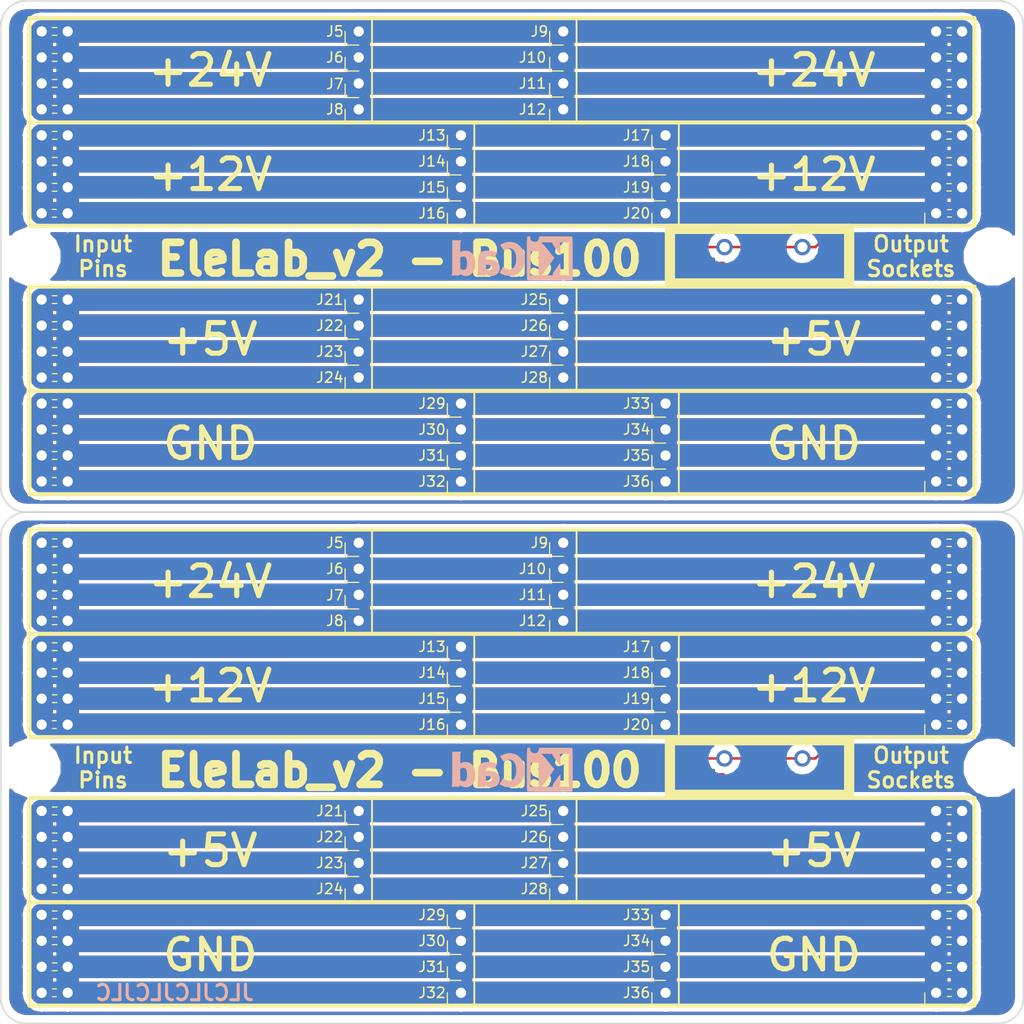
<source format=kicad_pcb>
(kicad_pcb (version 20171130) (host pcbnew "(5.0.2)-1")
  (layers (0 F.Cu signal hide) (31 B.Cu signal hide) (34 B.Paste user) (35 F.Paste user) (36 B.SilkS user) (37 F.SilkS user) (38 B.Mask user) (39 F.Mask user) (44 Edge.Cuts user))
  (net 0 "")
  (net 1 /+24V)
  (net 2 /+12V)
  (net 3 /GND)
  (net 4 /+5V)
  (module Symbol:Symbol_KiCAD-Logo_CopperAndSilkScreenTop (layer B.Cu) (at 144 103 180)
    (fp_text reference LO_2 hide)
    (fp_text value KiCAD_Logo hide)
  )
  (module Connector_PinHeader_2.54mm:PinHeader_1x01_P2.54mm_Vertical (layer F.Cu) (at 139 122.46 90)
    (fp_text reference J31 (at 0 -2.83 180) (layer F.SilkS))
    (fp_text value GND)
    (pad 1 thru_hole rect (at 0 0 90) (size 1.7 1.7) (drill 1) (layers *.Cu *.Mask) (net 3 /GND))
  )
  (module Connector_PinHeader_2.54mm:PinHeader_1x01_P2.54mm_Vertical (layer F.Cu) (at 159 119.92 90)
    (fp_text reference J34 (at 0 -2.83 180) (layer F.SilkS))
    (fp_text value GND)
    (pad 1 thru_hole rect (at 0 0 90) (size 1.7 1.7) (drill 1) (layers *.Cu *.Mask) (net 3 /GND))
  )
  (module Connector_PinHeader_2.54mm:PinHeader_1x01_P2.54mm_Vertical (layer F.Cu) (at 139 119.92 90)
    (fp_text reference J30 (at 0 -2.83 180) (layer F.SilkS))
    (fp_text value GND)
    (pad 1 thru_hole rect (at 0 0 90) (size 1.7 1.7) (drill 1) (layers *.Cu *.Mask) (net 3 /GND))
  )
  (module Connector_PinHeader_2.54mm:PinHeader_1x01_P2.54mm_Vertical (layer F.Cu) (at 139 125 90)
    (fp_text reference J32 (at 0 -2.83 180) (layer F.SilkS))
    (fp_text value GND)
    (pad 1 thru_hole rect (at 0 0 90) (size 1.7 1.7) (drill 1) (layers *.Cu *.Mask) (net 3 /GND))
  )
  (module Connector_PinHeader_2.54mm:PinHeader_1x01_P2.54mm_Vertical (layer F.Cu) (at 159 122.46 90)
    (fp_text reference J35 (at 0 -2.83 180) (layer F.SilkS))
    (fp_text value GND)
    (pad 1 thru_hole rect (at 0 0 90) (size 1.7 1.7) (drill 1) (layers *.Cu *.Mask) (net 3 /GND))
  )
  (module Connector_PinHeader_2.54mm:PinHeader_1x01_P2.54mm_Vertical (layer F.Cu) (at 159 117.38 90)
    (fp_text reference J33 (at 0 -2.83 180) (layer F.SilkS))
    (fp_text value GND)
    (pad 1 thru_hole rect (at 0 0 90) (size 1.7 1.7) (drill 1) (layers *.Cu *.Mask) (net 3 /GND))
  )
  (module Connector_PinHeader_2.54mm:PinHeader_1x01_P2.54mm_Vertical (layer F.Cu) (at 139 117.38 90)
    (fp_text reference J29 (at 0 -2.83 180) (layer F.SilkS))
    (fp_text value GND)
    (pad 1 thru_hole rect (at 0 0 90) (size 1.7 1.7) (drill 1) (layers *.Cu *.Mask) (net 3 /GND))
  )
  (module Connector_PinHeader_2.54mm:PinHeader_1x01_P2.54mm_Vertical (layer F.Cu) (at 159 125 90)
    (fp_text reference J36 (at 0 -2.83 180) (layer F.SilkS))
    (fp_text value GND)
    (pad 1 thru_hole rect (at 0 0 90) (size 1.7 1.7) (drill 1) (layers *.Cu *.Mask) (net 3 /GND))
  )
  (module Connector_PinHeader_2.54mm:PinHeader_1x01_P2.54mm_Vertical (layer F.Cu) (at 149 88.62 90)
    (fp_text reference J12 (at 0 -3 180) (layer F.SilkS))
    (fp_text value "+24 V")
    (pad 1 thru_hole rect (at 0 0 90) (size 1.7 1.7) (drill 1) (layers *.Cu *.Mask) (net 1 /+24V))
  )
  (module Connector_PinHeader_2.54mm:PinHeader_1x01_P2.54mm_Vertical (layer F.Cu) (at 159 96.24 90)
    (fp_text reference J19 (at 0 -2.83 180) (layer F.SilkS))
    (fp_text value "+12 V")
    (pad 1 thru_hole rect (at 0 0 90) (size 1.7 1.7) (drill 1) (layers *.Cu *.Mask) (net 2 /+12V))
  )
  (module Connector_PinHeader_2.54mm:PinHeader_1x01_P2.54mm_Vertical (layer F.Cu) (at 149 114.84 90)
    (fp_text reference J28 (at 0 -2.83 180) (layer F.SilkS))
    (fp_text value "+5 V")
    (pad 1 thru_hole rect (at 0 0 90) (size 1.7 1.7) (drill 1) (layers *.Cu *.Mask) (net 4 /+5V))
  )
  (module Connector_PinHeader_2.54mm:PinHeader_1x01_P2.54mm_Vertical (layer F.Cu) (at 149 112.3 90)
    (fp_text reference J27 (at 0 -2.83 180) (layer F.SilkS))
    (fp_text value "+5 V")
    (pad 1 thru_hole rect (at 0 0 90) (size 1.7 1.7) (drill 1) (layers *.Cu *.Mask) (net 4 /+5V))
  )
  (module Connector_PinHeader_2.54mm:PinHeader_1x01_P2.54mm_Vertical (layer F.Cu) (at 129 114.84 90)
    (fp_text reference J24 (at 0 -2.83 180) (layer F.SilkS))
    (fp_text value "+5 V")
    (pad 1 thru_hole rect (at 0 0 90) (size 1.7 1.7) (drill 1) (layers *.Cu *.Mask) (net 4 /+5V))
  )
  (module Connector_PinHeader_2.54mm:PinHeader_1x01_P2.54mm_Vertical (layer F.Cu) (at 129 107.22 90)
    (fp_text reference J21 (at 0 -2.83 180) (layer F.SilkS))
    (fp_text value "+5 V")
    (pad 1 thru_hole rect (at 0 0 90) (size 1.7 1.7) (drill 1) (layers *.Cu *.Mask) (net 4 /+5V))
  )
  (module Connector_PinHeader_2.54mm:PinHeader_1x01_P2.54mm_Vertical (layer F.Cu) (at 159 98.78 90)
    (fp_text reference J20 (at 0 -2.83 180) (layer F.SilkS))
    (fp_text value "+12 V")
    (pad 1 thru_hole rect (at 0 0 90) (size 1.7 1.7) (drill 1) (layers *.Cu *.Mask) (net 2 /+12V))
  )
  (module Connector_PinHeader_2.54mm:PinHeader_1x01_P2.54mm_Vertical (layer F.Cu) (at 159 91.16 90)
    (fp_text reference J17 (at 0 -2.83 180) (layer F.SilkS))
    (fp_text value "+12 V")
    (pad 1 thru_hole rect (at 0 0 90) (size 1.7 1.7) (drill 1) (layers *.Cu *.Mask) (net 2 /+12V))
  )
  (module Connector_PinHeader_2.54mm:PinHeader_1x01_P2.54mm_Vertical (layer F.Cu) (at 139 93.7 90)
    (fp_text reference J14 (at 0 -2.83 180) (layer F.SilkS))
    (fp_text value "+12 V")
    (pad 1 thru_hole rect (at 0 0 90) (size 1.7 1.7) (drill 1) (layers *.Cu *.Mask) (net 2 /+12V))
  )
  (module Connector_PinHeader_2.54mm:PinHeader_1x01_P2.54mm_Vertical (layer F.Cu) (at 129 109.76 90)
    (fp_text reference J22 (at 0 -2.83 180) (layer F.SilkS))
    (fp_text value "+5 V")
    (pad 1 thru_hole rect (at 0 0 90) (size 1.7 1.7) (drill 1) (layers *.Cu *.Mask) (net 4 /+5V))
  )
  (module Connector_PinHeader_2.54mm:PinHeader_1x01_P2.54mm_Vertical (layer F.Cu) (at 139 96.24 90)
    (fp_text reference J15 (at 0 -2.83 180) (layer F.SilkS))
    (fp_text value "+12 V")
    (pad 1 thru_hole rect (at 0 0 90) (size 1.7 1.7) (drill 1) (layers *.Cu *.Mask) (net 2 /+12V))
  )
  (module Connector_PinHeader_2.54mm:PinHeader_1x01_P2.54mm_Vertical (layer F.Cu) (at 149 109.76 90)
    (fp_text reference J26 (at 0 -2.83 180) (layer F.SilkS))
    (fp_text value "+5 V")
    (pad 1 thru_hole rect (at 0 0 90) (size 1.7 1.7) (drill 1) (layers *.Cu *.Mask) (net 4 /+5V))
  )
  (module Connector_PinHeader_2.54mm:PinHeader_1x01_P2.54mm_Vertical (layer F.Cu) (at 149 86.08 90)
    (fp_text reference J11 (at 0 -3 180) (layer F.SilkS))
    (fp_text value "+24 V")
    (pad 1 thru_hole rect (at 0 0 90) (size 1.7 1.7) (drill 1) (layers *.Cu *.Mask) (net 1 /+24V))
  )
  (module Connector_PinHeader_2.54mm:PinHeader_1x01_P2.54mm_Vertical (layer F.Cu) (at 149 107.22 90)
    (fp_text reference J25 (at 0 -2.83 180) (layer F.SilkS))
    (fp_text value "+5 V")
    (pad 1 thru_hole rect (at 0 0 90) (size 1.7 1.7) (drill 1) (layers *.Cu *.Mask) (net 4 /+5V))
  )
  (module Connector_PinHeader_2.54mm:PinHeader_1x01_P2.54mm_Vertical (layer F.Cu) (at 129 112.3 90)
    (fp_text reference J23 (at 0 -2.83 180) (layer F.SilkS))
    (fp_text value "+5 V")
    (pad 1 thru_hole rect (at 0 0 90) (size 1.7 1.7) (drill 1) (layers *.Cu *.Mask) (net 4 /+5V))
  )
  (module Connector_PinHeader_2.54mm:PinHeader_1x01_P2.54mm_Vertical (layer F.Cu) (at 139 91.16 90)
    (fp_text reference J13 (at 0 -2.83 180) (layer F.SilkS))
    (fp_text value "+12 V")
    (pad 1 thru_hole rect (at 0 0 90) (size 1.7 1.7) (drill 1) (layers *.Cu *.Mask) (net 2 /+12V))
  )
  (module Connector_PinHeader_2.54mm:PinHeader_1x01_P2.54mm_Vertical (layer F.Cu) (at 159 93.7 90)
    (fp_text reference J18 (at 0 -2.83 180) (layer F.SilkS))
    (fp_text value "+12 V")
    (pad 1 thru_hole rect (at 0 0 90) (size 1.7 1.7) (drill 1) (layers *.Cu *.Mask) (net 2 /+12V))
  )
  (module Connector_PinHeader_2.54mm:PinHeader_1x01_P2.54mm_Vertical (layer F.Cu) (at 139 98.78 90)
    (fp_text reference J16 (at 0 -2.83 180) (layer F.SilkS))
    (fp_text value "+12 V")
    (pad 1 thru_hole rect (at 0 0 90) (size 1.7 1.7) (drill 1) (layers *.Cu *.Mask) (net 2 /+12V))
  )
  (module MeineBib:PinHeader_2x08_P2.54mm_Horizontal_NoSilk (layer F.Cu) (at 100.54 125 180)
    (fp_text reference J2)
    (fp_text value Conn_02x08_Odd_Even)
    (pad 1 thru_hole rect (at 0 0 180) (size 1.7 1.7) (drill 1) (layers *.Cu *.Mask) (net 3 /GND))
    (pad 2 thru_hole oval (at 2.54 0 180) (size 1.7 1.7) (drill 1) (layers *.Cu *.Mask) (net 3 /GND))
    (pad 3 thru_hole oval (at 0 2.54 180) (size 1.7 1.7) (drill 1) (layers *.Cu *.Mask) (net 3 /GND))
    (pad 4 thru_hole oval (at 2.54 2.54 180) (size 1.7 1.7) (drill 1) (layers *.Cu *.Mask) (net 3 /GND))
    (pad 5 thru_hole oval (at 0 5.08 180) (size 1.7 1.7) (drill 1) (layers *.Cu *.Mask) (net 3 /GND))
    (pad 6 thru_hole oval (at 2.54 5.08 180) (size 1.7 1.7) (drill 1) (layers *.Cu *.Mask) (net 3 /GND))
    (pad 7 thru_hole oval (at 0 7.62 180) (size 1.7 1.7) (drill 1) (layers *.Cu *.Mask) (net 3 /GND))
    (pad 8 thru_hole oval (at 2.54 7.62 180) (size 1.7 1.7) (drill 1) (layers *.Cu *.Mask) (net 3 /GND))
    (pad 9 thru_hole oval (at 0 10.16 180) (size 1.7 1.7) (drill 1) (layers *.Cu *.Mask) (net 4 /+5V))
    (pad 10 thru_hole oval (at 2.54 10.16 180) (size 1.7 1.7) (drill 1) (layers *.Cu *.Mask) (net 4 /+5V))
    (pad 11 thru_hole oval (at 0 12.7 180) (size 1.7 1.7) (drill 1) (layers *.Cu *.Mask) (net 4 /+5V))
    (pad 12 thru_hole oval (at 2.54 12.7 180) (size 1.7 1.7) (drill 1) (layers *.Cu *.Mask) (net 4 /+5V))
    (pad 13 thru_hole oval (at 0 15.24 180) (size 1.7 1.7) (drill 1) (layers *.Cu *.Mask) (net 4 /+5V))
    (pad 14 thru_hole oval (at 2.54 15.24 180) (size 1.7 1.7) (drill 1) (layers *.Cu *.Mask) (net 4 /+5V))
    (pad 15 thru_hole oval (at 0 17.78 180) (size 1.7 1.7) (drill 1) (layers *.Cu *.Mask) (net 4 /+5V))
    (pad 16 thru_hole oval (at 2.54 17.78 180) (size 1.7 1.7) (drill 1) (layers *.Cu *.Mask) (net 4 /+5V))
  )
  (module MeineBib:PinSocket_2x08_P2.54mm_Horizontal_NoSilk (layer F.Cu) (at 185.46 98.78 180)
    (fp_text reference J3)
    (fp_text value Conn_02x08_Odd_Even)
    (pad 16 thru_hole oval (at -2.54 17.78 180) (size 1.7 1.7) (drill 1) (layers *.Cu *.Mask) (net 1 /+24V))
    (pad 15 thru_hole oval (at 0 17.78 180) (size 1.7 1.7) (drill 1) (layers *.Cu *.Mask) (net 1 /+24V))
    (pad 14 thru_hole oval (at -2.54 15.24 180) (size 1.7 1.7) (drill 1) (layers *.Cu *.Mask) (net 1 /+24V))
    (pad 13 thru_hole oval (at 0 15.24 180) (size 1.7 1.7) (drill 1) (layers *.Cu *.Mask) (net 1 /+24V))
    (pad 12 thru_hole oval (at -2.54 12.7 180) (size 1.7 1.7) (drill 1) (layers *.Cu *.Mask) (net 1 /+24V))
    (pad 11 thru_hole oval (at 0 12.7 180) (size 1.7 1.7) (drill 1) (layers *.Cu *.Mask) (net 1 /+24V))
    (pad 10 thru_hole oval (at -2.54 10.16 180) (size 1.7 1.7) (drill 1) (layers *.Cu *.Mask) (net 1 /+24V))
    (pad 9 thru_hole oval (at 0 10.16 180) (size 1.7 1.7) (drill 1) (layers *.Cu *.Mask) (net 1 /+24V))
    (pad 8 thru_hole oval (at -2.54 7.62 180) (size 1.7 1.7) (drill 1) (layers *.Cu *.Mask) (net 2 /+12V))
    (pad 7 thru_hole oval (at 0 7.62 180) (size 1.7 1.7) (drill 1) (layers *.Cu *.Mask) (net 2 /+12V))
    (pad 6 thru_hole oval (at -2.54 5.08 180) (size 1.7 1.7) (drill 1) (layers *.Cu *.Mask) (net 2 /+12V))
    (pad 5 thru_hole oval (at 0 5.08 180) (size 1.7 1.7) (drill 1) (layers *.Cu *.Mask) (net 2 /+12V))
    (pad 4 thru_hole oval (at -2.54 2.54 180) (size 1.7 1.7) (drill 1) (layers *.Cu *.Mask) (net 2 /+12V))
    (pad 3 thru_hole oval (at 0 2.54 180) (size 1.7 1.7) (drill 1) (layers *.Cu *.Mask) (net 2 /+12V))
    (pad 2 thru_hole oval (at -2.54 0 180) (size 1.7 1.7) (drill 1) (layers *.Cu *.Mask) (net 2 /+12V))
    (pad 1 thru_hole rect (at 0 0 180) (size 1.7 1.7) (drill 1) (layers *.Cu *.Mask) (net 2 /+12V))
  )
  (module Connector_PinHeader_2.54mm:PinHeader_1x01_P2.54mm_Vertical (layer F.Cu) (at 129 81 90)
    (fp_text reference J5 (at 0 -2.33 180) (layer F.SilkS))
    (fp_text value "+24 V")
    (pad 1 thru_hole rect (at 0 0 90) (size 1.7 1.7) (drill 1) (layers *.Cu *.Mask) (net 1 /+24V))
  )
  (module MeineBib:Binary_6_v0.1 (layer F.Cu) (at 168.6 103.05)
    (fp_text reference LO_1 hide)
    (fp_text value Binary_6_Logo)
    (fp_line (start -3.8354 -0.9652) (end -1.2954 -0.9652) (layer F.Cu) (width 0.25))
    (fp_line (start 1.2446 -0.9652) (end 3.7846 -0.9652) (layer F.Cu) (width 0.25))
    (fp_line (start 3.7846 -0.9652) (end 5.0546 -0.9652) (layer F.Cu) (width 0.25))
    (fp_line (start 5.0546 -0.9652) (end 6.0706 -1.9812) (layer F.Cu) (width 0.25))
    (fp_line (start 6.0706 -1.9812) (end 8.0772 -1.9812) (layer F.Cu) (width 0.25))
    (fp_line (start -3.8354 -0.9652) (end -5.6134 -0.9652) (layer F.Cu) (width 0.25))
    (fp_line (start -5.6134 -0.9652) (end -8.4074 1.8288) (layer F.Cu) (width 0.25))
    (fp_line (start 8.128 -1.2192) (end 6.5786 -1.2192) (layer F.Cu) (width 0.25))
    (fp_line (start 6.5786 -1.2192) (end 3.5306 1.8288) (layer F.Cu) (width 0.25))
    (fp_line (start 3.5306 1.8288) (end -8.9408 1.8288) (layer F.Cu) (width 0.25))
    (fp_text user Binary_6 (at -2.5654 0.8128) (layer F.Cu) (effects (font (size 1.2 1.2) (thickness 0.2))))
    (pad 2 thru_hole circle (at -3.8354 -0.9652) (size 1.6 1.6) (drill 1) (layers *.Cu *.Mask))
    (pad 1 thru_hole oval (at 3.7846 -0.9652) (size 1.6 1.6) (drill 1) (layers *.Cu *.Mask))
    (pad "" smd roundrect (at -0.8954 -0.9652) (size 0.9 1.8) (layers F.Cu F.Paste F.Mask))
    (pad "" smd roundrect (at 0.8446 -0.9652) (size 0.9 1.8) (layers F.Cu F.Paste F.Mask))
  )
  (module MeineBib:PinHeader_2x08_P2.54mm_Horizontal_NoSilk (layer F.Cu) (at 100.54 98.78 180)
    (fp_text reference J1)
    (fp_text value Conn_02x08_Odd_Even)
    (pad 1 thru_hole rect (at 0 0 180) (size 1.7 1.7) (drill 1) (layers *.Cu *.Mask) (net 2 /+12V))
    (pad 2 thru_hole oval (at 2.54 0 180) (size 1.7 1.7) (drill 1) (layers *.Cu *.Mask) (net 2 /+12V))
    (pad 3 thru_hole oval (at 0 2.54 180) (size 1.7 1.7) (drill 1) (layers *.Cu *.Mask) (net 2 /+12V))
    (pad 4 thru_hole oval (at 2.54 2.54 180) (size 1.7 1.7) (drill 1) (layers *.Cu *.Mask) (net 2 /+12V))
    (pad 5 thru_hole oval (at 0 5.08 180) (size 1.7 1.7) (drill 1) (layers *.Cu *.Mask) (net 2 /+12V))
    (pad 6 thru_hole oval (at 2.54 5.08 180) (size 1.7 1.7) (drill 1) (layers *.Cu *.Mask) (net 2 /+12V))
    (pad 7 thru_hole oval (at 0 7.62 180) (size 1.7 1.7) (drill 1) (layers *.Cu *.Mask) (net 2 /+12V))
    (pad 8 thru_hole oval (at 2.54 7.62 180) (size 1.7 1.7) (drill 1) (layers *.Cu *.Mask) (net 2 /+12V))
    (pad 9 thru_hole oval (at 0 10.16 180) (size 1.7 1.7) (drill 1) (layers *.Cu *.Mask) (net 1 /+24V))
    (pad 10 thru_hole oval (at 2.54 10.16 180) (size 1.7 1.7) (drill 1) (layers *.Cu *.Mask) (net 1 /+24V))
    (pad 11 thru_hole oval (at 0 12.7 180) (size 1.7 1.7) (drill 1) (layers *.Cu *.Mask) (net 1 /+24V))
    (pad 12 thru_hole oval (at 2.54 12.7 180) (size 1.7 1.7) (drill 1) (layers *.Cu *.Mask) (net 1 /+24V))
    (pad 13 thru_hole oval (at 0 15.24 180) (size 1.7 1.7) (drill 1) (layers *.Cu *.Mask) (net 1 /+24V))
    (pad 14 thru_hole oval (at 2.54 15.24 180) (size 1.7 1.7) (drill 1) (layers *.Cu *.Mask) (net 1 /+24V))
    (pad 15 thru_hole oval (at 0 17.78 180) (size 1.7 1.7) (drill 1) (layers *.Cu *.Mask) (net 1 /+24V))
    (pad 16 thru_hole oval (at 2.54 17.78 180) (size 1.7 1.7) (drill 1) (layers *.Cu *.Mask) (net 1 /+24V))
  )
  (module MeineBib:PinSocket_2x08_P2.54mm_Horizontal_NoSilk (layer F.Cu) (at 185.46 125 180)
    (fp_text reference J4)
    (fp_text value Conn_02x08_Odd_Even)
    (pad 16 thru_hole oval (at -2.54 17.78 180) (size 1.7 1.7) (drill 1) (layers *.Cu *.Mask) (net 4 /+5V))
    (pad 15 thru_hole oval (at 0 17.78 180) (size 1.7 1.7) (drill 1) (layers *.Cu *.Mask) (net 4 /+5V))
    (pad 14 thru_hole oval (at -2.54 15.24 180) (size 1.7 1.7) (drill 1) (layers *.Cu *.Mask) (net 4 /+5V))
    (pad 13 thru_hole oval (at 0 15.24 180) (size 1.7 1.7) (drill 1) (layers *.Cu *.Mask) (net 4 /+5V))
    (pad 12 thru_hole oval (at -2.54 12.7 180) (size 1.7 1.7) (drill 1) (layers *.Cu *.Mask) (net 4 /+5V))
    (pad 11 thru_hole oval (at 0 12.7 180) (size 1.7 1.7) (drill 1) (layers *.Cu *.Mask) (net 4 /+5V))
    (pad 10 thru_hole oval (at -2.54 10.16 180) (size 1.7 1.7) (drill 1) (layers *.Cu *.Mask) (net 4 /+5V))
    (pad 9 thru_hole oval (at 0 10.16 180) (size 1.7 1.7) (drill 1) (layers *.Cu *.Mask) (net 4 /+5V))
    (pad 8 thru_hole oval (at -2.54 7.62 180) (size 1.7 1.7) (drill 1) (layers *.Cu *.Mask) (net 3 /GND))
    (pad 7 thru_hole oval (at 0 7.62 180) (size 1.7 1.7) (drill 1) (layers *.Cu *.Mask) (net 3 /GND))
    (pad 6 thru_hole oval (at -2.54 5.08 180) (size 1.7 1.7) (drill 1) (layers *.Cu *.Mask) (net 3 /GND))
    (pad 5 thru_hole oval (at 0 5.08 180) (size 1.7 1.7) (drill 1) (layers *.Cu *.Mask) (net 3 /GND))
    (pad 4 thru_hole oval (at -2.54 2.54 180) (size 1.7 1.7) (drill 1) (layers *.Cu *.Mask) (net 3 /GND))
    (pad 3 thru_hole oval (at 0 2.54 180) (size 1.7 1.7) (drill 1) (layers *.Cu *.Mask) (net 3 /GND))
    (pad 2 thru_hole oval (at -2.54 0 180) (size 1.7 1.7) (drill 1) (layers *.Cu *.Mask) (net 3 /GND))
    (pad 1 thru_hole rect (at 0 0 180) (size 1.7 1.7) (drill 1) (layers *.Cu *.Mask) (net 3 /GND))
  )
  (module Connector_PinHeader_2.54mm:PinHeader_1x01_P2.54mm_Vertical (layer F.Cu) (at 149 83.54 90)
    (fp_text reference J10 (at 0 -3 180) (layer F.SilkS))
    (fp_text value "+24 V")
    (pad 1 thru_hole rect (at 0 0 90) (size 1.7 1.7) (drill 1) (layers *.Cu *.Mask) (net 1 /+24V))
  )
  (module Connector_PinHeader_2.54mm:PinHeader_1x01_P2.54mm_Vertical (layer F.Cu) (at 149 81 90)
    (fp_text reference J9 (at 0 -2.33 180) (layer F.SilkS))
    (fp_text value "+24 V")
    (pad 1 thru_hole rect (at 0 0 90) (size 1.7 1.7) (drill 1) (layers *.Cu *.Mask) (net 1 /+24V))
  )
  (module MeineBib:EigenesMountingHole_2.7mm_M2.5 (layer F.Cu) (at 191 103)
    (fp_text reference H2 hide)
    (fp_text value MountingHole)
    (pad "" np_thru_hole circle (at 0 0) (size 2.7 2.7) (drill 2.7) (layers *.Cu *.Mask) (clearance 1.5))
  )
  (module Connector_PinHeader_2.54mm:PinHeader_1x01_P2.54mm_Vertical (layer F.Cu) (at 129 88.62 90)
    (fp_text reference J8 (at 0 -2.33 180) (layer F.SilkS))
    (fp_text value "+24 V")
    (pad 1 thru_hole rect (at 0 0 90) (size 1.7 1.7) (drill 1) (layers *.Cu *.Mask) (net 1 /+24V))
  )
  (module Connector_PinHeader_2.54mm:PinHeader_1x01_P2.54mm_Vertical (layer F.Cu) (at 129 86.138 90)
    (fp_text reference J7 (at 0 -2.33 180) (layer F.SilkS))
    (fp_text value "+24 V")
    (pad 1 thru_hole rect (at 0.058 0 90) (size 1.7 1.7) (drill 1) (layers *.Cu *.Mask) (net 1 /+24V))
  )
  (module Connector_PinHeader_2.54mm:PinHeader_1x01_P2.54mm_Vertical (layer F.Cu) (at 129 83.54 90)
    (fp_text reference J6 (at 0 -2.33 180) (layer F.SilkS))
    (fp_text value "+24 V")
    (pad 1 thru_hole rect (at 0 0 90) (size 1.7 1.7) (drill 1) (layers *.Cu *.Mask) (net 1 /+24V))
  )
  (module MeineBib:EigenesMountingHole_2.7mm_M2.5 (layer F.Cu) (at 97 103)
    (fp_text reference H1 hide)
    (fp_text value MountingHole)
    (pad "" np_thru_hole circle (at 0 0) (size 2.7 2.7) (drill 2.7) (layers *.Cu *.Mask) (clearance 1.5))
  )
  (module MeineBib:PinSocket_2x08_P2.54mm_Horizontal_NoSilk (layer F.Cu) (at 185.46 48.78 180)
    (fp_text reference J3)
    (fp_text value Conn_02x08_Odd_Even)
    (pad 1 thru_hole rect (at 0 0 180) (size 1.7 1.7) (drill 1) (layers *.Cu *.Mask) (net 2 /+12V))
    (pad 2 thru_hole oval (at -2.54 0 180) (size 1.7 1.7) (drill 1) (layers *.Cu *.Mask) (net 2 /+12V))
    (pad 3 thru_hole oval (at 0 2.54 180) (size 1.7 1.7) (drill 1) (layers *.Cu *.Mask) (net 2 /+12V))
    (pad 4 thru_hole oval (at -2.54 2.54 180) (size 1.7 1.7) (drill 1) (layers *.Cu *.Mask) (net 2 /+12V))
    (pad 5 thru_hole oval (at 0 5.08 180) (size 1.7 1.7) (drill 1) (layers *.Cu *.Mask) (net 2 /+12V))
    (pad 6 thru_hole oval (at -2.54 5.08 180) (size 1.7 1.7) (drill 1) (layers *.Cu *.Mask) (net 2 /+12V))
    (pad 7 thru_hole oval (at 0 7.62 180) (size 1.7 1.7) (drill 1) (layers *.Cu *.Mask) (net 2 /+12V))
    (pad 8 thru_hole oval (at -2.54 7.62 180) (size 1.7 1.7) (drill 1) (layers *.Cu *.Mask) (net 2 /+12V))
    (pad 9 thru_hole oval (at 0 10.16 180) (size 1.7 1.7) (drill 1) (layers *.Cu *.Mask) (net 1 /+24V))
    (pad 10 thru_hole oval (at -2.54 10.16 180) (size 1.7 1.7) (drill 1) (layers *.Cu *.Mask) (net 1 /+24V))
    (pad 11 thru_hole oval (at 0 12.7 180) (size 1.7 1.7) (drill 1) (layers *.Cu *.Mask) (net 1 /+24V))
    (pad 12 thru_hole oval (at -2.54 12.7 180) (size 1.7 1.7) (drill 1) (layers *.Cu *.Mask) (net 1 /+24V))
    (pad 13 thru_hole oval (at 0 15.24 180) (size 1.7 1.7) (drill 1) (layers *.Cu *.Mask) (net 1 /+24V))
    (pad 14 thru_hole oval (at -2.54 15.24 180) (size 1.7 1.7) (drill 1) (layers *.Cu *.Mask) (net 1 /+24V))
    (pad 15 thru_hole oval (at 0 17.78 180) (size 1.7 1.7) (drill 1) (layers *.Cu *.Mask) (net 1 /+24V))
    (pad 16 thru_hole oval (at -2.54 17.78 180) (size 1.7 1.7) (drill 1) (layers *.Cu *.Mask) (net 1 /+24V))
  )
  (module MeineBib:PinSocket_2x08_P2.54mm_Horizontal_NoSilk (layer F.Cu) (at 185.46 75 180)
    (fp_text reference J4)
    (fp_text value Conn_02x08_Odd_Even)
    (pad 1 thru_hole rect (at 0 0 180) (size 1.7 1.7) (drill 1) (layers *.Cu *.Mask) (net 3 /GND))
    (pad 2 thru_hole oval (at -2.54 0 180) (size 1.7 1.7) (drill 1) (layers *.Cu *.Mask) (net 3 /GND))
    (pad 3 thru_hole oval (at 0 2.54 180) (size 1.7 1.7) (drill 1) (layers *.Cu *.Mask) (net 3 /GND))
    (pad 4 thru_hole oval (at -2.54 2.54 180) (size 1.7 1.7) (drill 1) (layers *.Cu *.Mask) (net 3 /GND))
    (pad 5 thru_hole oval (at 0 5.08 180) (size 1.7 1.7) (drill 1) (layers *.Cu *.Mask) (net 3 /GND))
    (pad 6 thru_hole oval (at -2.54 5.08 180) (size 1.7 1.7) (drill 1) (layers *.Cu *.Mask) (net 3 /GND))
    (pad 7 thru_hole oval (at 0 7.62 180) (size 1.7 1.7) (drill 1) (layers *.Cu *.Mask) (net 3 /GND))
    (pad 8 thru_hole oval (at -2.54 7.62 180) (size 1.7 1.7) (drill 1) (layers *.Cu *.Mask) (net 3 /GND))
    (pad 9 thru_hole oval (at 0 10.16 180) (size 1.7 1.7) (drill 1) (layers *.Cu *.Mask) (net 4 /+5V))
    (pad 10 thru_hole oval (at -2.54 10.16 180) (size 1.7 1.7) (drill 1) (layers *.Cu *.Mask) (net 4 /+5V))
    (pad 11 thru_hole oval (at 0 12.7 180) (size 1.7 1.7) (drill 1) (layers *.Cu *.Mask) (net 4 /+5V))
    (pad 12 thru_hole oval (at -2.54 12.7 180) (size 1.7 1.7) (drill 1) (layers *.Cu *.Mask) (net 4 /+5V))
    (pad 13 thru_hole oval (at 0 15.24 180) (size 1.7 1.7) (drill 1) (layers *.Cu *.Mask) (net 4 /+5V))
    (pad 14 thru_hole oval (at -2.54 15.24 180) (size 1.7 1.7) (drill 1) (layers *.Cu *.Mask) (net 4 /+5V))
    (pad 15 thru_hole oval (at 0 17.78 180) (size 1.7 1.7) (drill 1) (layers *.Cu *.Mask) (net 4 /+5V))
    (pad 16 thru_hole oval (at -2.54 17.78 180) (size 1.7 1.7) (drill 1) (layers *.Cu *.Mask) (net 4 /+5V))
  )
  (module MeineBib:PinHeader_2x08_P2.54mm_Horizontal_NoSilk (layer F.Cu) (at 100.54 48.78 180)
    (fp_text reference J1)
    (fp_text value Conn_02x08_Odd_Even)
    (pad 16 thru_hole oval (at 2.54 17.78 180) (size 1.7 1.7) (drill 1) (layers *.Cu *.Mask) (net 1 /+24V))
    (pad 15 thru_hole oval (at 0 17.78 180) (size 1.7 1.7) (drill 1) (layers *.Cu *.Mask) (net 1 /+24V))
    (pad 14 thru_hole oval (at 2.54 15.24 180) (size 1.7 1.7) (drill 1) (layers *.Cu *.Mask) (net 1 /+24V))
    (pad 13 thru_hole oval (at 0 15.24 180) (size 1.7 1.7) (drill 1) (layers *.Cu *.Mask) (net 1 /+24V))
    (pad 12 thru_hole oval (at 2.54 12.7 180) (size 1.7 1.7) (drill 1) (layers *.Cu *.Mask) (net 1 /+24V))
    (pad 11 thru_hole oval (at 0 12.7 180) (size 1.7 1.7) (drill 1) (layers *.Cu *.Mask) (net 1 /+24V))
    (pad 10 thru_hole oval (at 2.54 10.16 180) (size 1.7 1.7) (drill 1) (layers *.Cu *.Mask) (net 1 /+24V))
    (pad 9 thru_hole oval (at 0 10.16 180) (size 1.7 1.7) (drill 1) (layers *.Cu *.Mask) (net 1 /+24V))
    (pad 8 thru_hole oval (at 2.54 7.62 180) (size 1.7 1.7) (drill 1) (layers *.Cu *.Mask) (net 2 /+12V))
    (pad 7 thru_hole oval (at 0 7.62 180) (size 1.7 1.7) (drill 1) (layers *.Cu *.Mask) (net 2 /+12V))
    (pad 6 thru_hole oval (at 2.54 5.08 180) (size 1.7 1.7) (drill 1) (layers *.Cu *.Mask) (net 2 /+12V))
    (pad 5 thru_hole oval (at 0 5.08 180) (size 1.7 1.7) (drill 1) (layers *.Cu *.Mask) (net 2 /+12V))
    (pad 4 thru_hole oval (at 2.54 2.54 180) (size 1.7 1.7) (drill 1) (layers *.Cu *.Mask) (net 2 /+12V))
    (pad 3 thru_hole oval (at 0 2.54 180) (size 1.7 1.7) (drill 1) (layers *.Cu *.Mask) (net 2 /+12V))
    (pad 2 thru_hole oval (at 2.54 0 180) (size 1.7 1.7) (drill 1) (layers *.Cu *.Mask) (net 2 /+12V))
    (pad 1 thru_hole rect (at 0 0 180) (size 1.7 1.7) (drill 1) (layers *.Cu *.Mask) (net 2 /+12V))
  )
  (module MeineBib:PinHeader_2x08_P2.54mm_Horizontal_NoSilk (layer F.Cu) (at 100.54 75 180)
    (fp_text reference J2)
    (fp_text value Conn_02x08_Odd_Even)
    (pad 16 thru_hole oval (at 2.54 17.78 180) (size 1.7 1.7) (drill 1) (layers *.Cu *.Mask) (net 4 /+5V))
    (pad 15 thru_hole oval (at 0 17.78 180) (size 1.7 1.7) (drill 1) (layers *.Cu *.Mask) (net 4 /+5V))
    (pad 14 thru_hole oval (at 2.54 15.24 180) (size 1.7 1.7) (drill 1) (layers *.Cu *.Mask) (net 4 /+5V))
    (pad 13 thru_hole oval (at 0 15.24 180) (size 1.7 1.7) (drill 1) (layers *.Cu *.Mask) (net 4 /+5V))
    (pad 12 thru_hole oval (at 2.54 12.7 180) (size 1.7 1.7) (drill 1) (layers *.Cu *.Mask) (net 4 /+5V))
    (pad 11 thru_hole oval (at 0 12.7 180) (size 1.7 1.7) (drill 1) (layers *.Cu *.Mask) (net 4 /+5V))
    (pad 10 thru_hole oval (at 2.54 10.16 180) (size 1.7 1.7) (drill 1) (layers *.Cu *.Mask) (net 4 /+5V))
    (pad 9 thru_hole oval (at 0 10.16 180) (size 1.7 1.7) (drill 1) (layers *.Cu *.Mask) (net 4 /+5V))
    (pad 8 thru_hole oval (at 2.54 7.62 180) (size 1.7 1.7) (drill 1) (layers *.Cu *.Mask) (net 3 /GND))
    (pad 7 thru_hole oval (at 0 7.62 180) (size 1.7 1.7) (drill 1) (layers *.Cu *.Mask) (net 3 /GND))
    (pad 6 thru_hole oval (at 2.54 5.08 180) (size 1.7 1.7) (drill 1) (layers *.Cu *.Mask) (net 3 /GND))
    (pad 5 thru_hole oval (at 0 5.08 180) (size 1.7 1.7) (drill 1) (layers *.Cu *.Mask) (net 3 /GND))
    (pad 4 thru_hole oval (at 2.54 2.54 180) (size 1.7 1.7) (drill 1) (layers *.Cu *.Mask) (net 3 /GND))
    (pad 3 thru_hole oval (at 0 2.54 180) (size 1.7 1.7) (drill 1) (layers *.Cu *.Mask) (net 3 /GND))
    (pad 2 thru_hole oval (at 2.54 0 180) (size 1.7 1.7) (drill 1) (layers *.Cu *.Mask) (net 3 /GND))
    (pad 1 thru_hole rect (at 0 0 180) (size 1.7 1.7) (drill 1) (layers *.Cu *.Mask) (net 3 /GND))
  )
  (module MeineBib:EigenesMountingHole_2.7mm_M2.5 (layer F.Cu) (at 97 53)
    (fp_text reference H1 hide)
    (fp_text value MountingHole)
    (pad "" np_thru_hole circle (at 0 0) (size 2.7 2.7) (drill 2.7) (layers *.Cu *.Mask) (clearance 1.5))
  )
  (module MeineBib:EigenesMountingHole_2.7mm_M2.5 (layer F.Cu) (at 191 53)
    (fp_text reference H2 hide)
    (fp_text value MountingHole)
    (pad "" np_thru_hole circle (at 0 0) (size 2.7 2.7) (drill 2.7) (layers *.Cu *.Mask) (clearance 1.5))
  )
  (module MeineBib:Binary_6_v0.1 (layer F.Cu) (at 168.6 53.05)
    (fp_text reference LO_1 hide)
    (fp_text value Binary_6_Logo)
    (fp_text user Binary_6 (at -2.5654 0.8128) (layer F.Cu) (effects (font (size 1.2 1.2) (thickness 0.2))))
    (fp_line (start 3.5306 1.8288) (end -8.9408 1.8288) (layer F.Cu) (width 0.25))
    (fp_line (start 6.5786 -1.2192) (end 3.5306 1.8288) (layer F.Cu) (width 0.25))
    (fp_line (start 8.128 -1.2192) (end 6.5786 -1.2192) (layer F.Cu) (width 0.25))
    (fp_line (start -5.6134 -0.9652) (end -8.4074 1.8288) (layer F.Cu) (width 0.25))
    (fp_line (start -3.8354 -0.9652) (end -5.6134 -0.9652) (layer F.Cu) (width 0.25))
    (fp_line (start 6.0706 -1.9812) (end 8.0772 -1.9812) (layer F.Cu) (width 0.25))
    (fp_line (start 5.0546 -0.9652) (end 6.0706 -1.9812) (layer F.Cu) (width 0.25))
    (fp_line (start 3.7846 -0.9652) (end 5.0546 -0.9652) (layer F.Cu) (width 0.25))
    (fp_line (start 1.2446 -0.9652) (end 3.7846 -0.9652) (layer F.Cu) (width 0.25))
    (fp_line (start -3.8354 -0.9652) (end -1.2954 -0.9652) (layer F.Cu) (width 0.25))
    (pad "" smd roundrect (at 0.8446 -0.9652) (size 0.9 1.8) (layers F.Cu F.Paste F.Mask))
    (pad "" smd roundrect (at -0.8954 -0.9652) (size 0.9 1.8) (layers F.Cu F.Paste F.Mask))
    (pad 1 thru_hole oval (at 3.7846 -0.9652) (size 1.6 1.6) (drill 1) (layers *.Cu *.Mask))
    (pad 2 thru_hole circle (at -3.8354 -0.9652) (size 1.6 1.6) (drill 1) (layers *.Cu *.Mask))
  )
  (module Symbol:Symbol_KiCAD-Logo_CopperAndSilkScreenTop (layer B.Cu) (at 144 53 180)
    (fp_text reference LO_2 hide)
    (fp_text value KiCAD_Logo hide)
  )
  (module Connector_PinHeader_2.54mm:PinHeader_1x01_P2.54mm_Vertical (layer F.Cu) (at 129 31 90)
    (fp_text reference J5 (at 0 -2.33 180) (layer F.SilkS))
    (fp_text value "+24 V")
    (pad 1 thru_hole rect (at 0 0 90) (size 1.7 1.7) (drill 1) (layers *.Cu *.Mask) (net 1 /+24V))
  )
  (module Connector_PinHeader_2.54mm:PinHeader_1x01_P2.54mm_Vertical (layer F.Cu) (at 129 33.54 90)
    (fp_text reference J6 (at 0 -2.33 180) (layer F.SilkS))
    (fp_text value "+24 V")
    (pad 1 thru_hole rect (at 0 0 90) (size 1.7 1.7) (drill 1) (layers *.Cu *.Mask) (net 1 /+24V))
  )
  (module Connector_PinHeader_2.54mm:PinHeader_1x01_P2.54mm_Vertical (layer F.Cu) (at 129 36.138 90)
    (fp_text reference J7 (at 0 -2.33 180) (layer F.SilkS))
    (fp_text value "+24 V")
    (pad 1 thru_hole rect (at 0.058 0 90) (size 1.7 1.7) (drill 1) (layers *.Cu *.Mask) (net 1 /+24V))
  )
  (module Connector_PinHeader_2.54mm:PinHeader_1x01_P2.54mm_Vertical (layer F.Cu) (at 129 38.62 90)
    (fp_text reference J8 (at 0 -2.33 180) (layer F.SilkS))
    (fp_text value "+24 V")
    (pad 1 thru_hole rect (at 0 0 90) (size 1.7 1.7) (drill 1) (layers *.Cu *.Mask) (net 1 /+24V))
  )
  (module Connector_PinHeader_2.54mm:PinHeader_1x01_P2.54mm_Vertical (layer F.Cu) (at 149 31 90)
    (fp_text reference J9 (at 0 -2.33 180) (layer F.SilkS))
    (fp_text value "+24 V")
    (pad 1 thru_hole rect (at 0 0 90) (size 1.7 1.7) (drill 1) (layers *.Cu *.Mask) (net 1 /+24V))
  )
  (module Connector_PinHeader_2.54mm:PinHeader_1x01_P2.54mm_Vertical (layer F.Cu) (at 149 33.54 90)
    (fp_text reference J10 (at 0 -3 180) (layer F.SilkS))
    (fp_text value "+24 V")
    (pad 1 thru_hole rect (at 0 0 90) (size 1.7 1.7) (drill 1) (layers *.Cu *.Mask) (net 1 /+24V))
  )
  (module Connector_PinHeader_2.54mm:PinHeader_1x01_P2.54mm_Vertical (layer F.Cu) (at 149 36.08 90)
    (fp_text reference J11 (at 0 -3 180) (layer F.SilkS))
    (fp_text value "+24 V")
    (pad 1 thru_hole rect (at 0 0 90) (size 1.7 1.7) (drill 1) (layers *.Cu *.Mask) (net 1 /+24V))
  )
  (module Connector_PinHeader_2.54mm:PinHeader_1x01_P2.54mm_Vertical (layer F.Cu) (at 149 38.62 90)
    (fp_text reference J12 (at 0 -3 180) (layer F.SilkS))
    (fp_text value "+24 V")
    (pad 1 thru_hole rect (at 0 0 90) (size 1.7 1.7) (drill 1) (layers *.Cu *.Mask) (net 1 /+24V))
  )
  (module Connector_PinHeader_2.54mm:PinHeader_1x01_P2.54mm_Vertical (layer F.Cu) (at 139 41.16 90)
    (fp_text reference J13 (at 0 -2.83 180) (layer F.SilkS))
    (fp_text value "+12 V")
    (pad 1 thru_hole rect (at 0 0 90) (size 1.7 1.7) (drill 1) (layers *.Cu *.Mask) (net 2 /+12V))
  )
  (module Connector_PinHeader_2.54mm:PinHeader_1x01_P2.54mm_Vertical (layer F.Cu) (at 139 43.7 90)
    (fp_text reference J14 (at 0 -2.83 180) (layer F.SilkS))
    (fp_text value "+12 V")
    (pad 1 thru_hole rect (at 0 0 90) (size 1.7 1.7) (drill 1) (layers *.Cu *.Mask) (net 2 /+12V))
  )
  (module Connector_PinHeader_2.54mm:PinHeader_1x01_P2.54mm_Vertical (layer F.Cu) (at 139 46.24 90)
    (fp_text reference J15 (at 0 -2.83 180) (layer F.SilkS))
    (fp_text value "+12 V")
    (pad 1 thru_hole rect (at 0 0 90) (size 1.7 1.7) (drill 1) (layers *.Cu *.Mask) (net 2 /+12V))
  )
  (module Connector_PinHeader_2.54mm:PinHeader_1x01_P2.54mm_Vertical (layer F.Cu) (at 139 48.78 90)
    (fp_text reference J16 (at 0 -2.83 180) (layer F.SilkS))
    (fp_text value "+12 V")
    (pad 1 thru_hole rect (at 0 0 90) (size 1.7 1.7) (drill 1) (layers *.Cu *.Mask) (net 2 /+12V))
  )
  (module Connector_PinHeader_2.54mm:PinHeader_1x01_P2.54mm_Vertical (layer F.Cu) (at 159 41.16 90)
    (fp_text reference J17 (at 0 -2.83 180) (layer F.SilkS))
    (fp_text value "+12 V")
    (pad 1 thru_hole rect (at 0 0 90) (size 1.7 1.7) (drill 1) (layers *.Cu *.Mask) (net 2 /+12V))
  )
  (module Connector_PinHeader_2.54mm:PinHeader_1x01_P2.54mm_Vertical (layer F.Cu) (at 159 43.7 90)
    (fp_text reference J18 (at 0 -2.83 180) (layer F.SilkS))
    (fp_text value "+12 V")
    (pad 1 thru_hole rect (at 0 0 90) (size 1.7 1.7) (drill 1) (layers *.Cu *.Mask) (net 2 /+12V))
  )
  (module Connector_PinHeader_2.54mm:PinHeader_1x01_P2.54mm_Vertical (layer F.Cu) (at 159 46.24 90)
    (fp_text reference J19 (at 0 -2.83 180) (layer F.SilkS))
    (fp_text value "+12 V")
    (pad 1 thru_hole rect (at 0 0 90) (size 1.7 1.7) (drill 1) (layers *.Cu *.Mask) (net 2 /+12V))
  )
  (module Connector_PinHeader_2.54mm:PinHeader_1x01_P2.54mm_Vertical (layer F.Cu) (at 159 48.78 90)
    (fp_text reference J20 (at 0 -2.83 180) (layer F.SilkS))
    (fp_text value "+12 V")
    (pad 1 thru_hole rect (at 0 0 90) (size 1.7 1.7) (drill 1) (layers *.Cu *.Mask) (net 2 /+12V))
  )
  (module Connector_PinHeader_2.54mm:PinHeader_1x01_P2.54mm_Vertical (layer F.Cu) (at 129 57.22 90)
    (fp_text reference J21 (at 0 -2.83 180) (layer F.SilkS))
    (fp_text value "+5 V")
    (pad 1 thru_hole rect (at 0 0 90) (size 1.7 1.7) (drill 1) (layers *.Cu *.Mask) (net 4 /+5V))
  )
  (module Connector_PinHeader_2.54mm:PinHeader_1x01_P2.54mm_Vertical (layer F.Cu) (at 129 59.76 90)
    (fp_text reference J22 (at 0 -2.83 180) (layer F.SilkS))
    (fp_text value "+5 V")
    (pad 1 thru_hole rect (at 0 0 90) (size 1.7 1.7) (drill 1) (layers *.Cu *.Mask) (net 4 /+5V))
  )
  (module Connector_PinHeader_2.54mm:PinHeader_1x01_P2.54mm_Vertical (layer F.Cu) (at 129 62.3 90)
    (fp_text reference J23 (at 0 -2.83 180) (layer F.SilkS))
    (fp_text value "+5 V")
    (pad 1 thru_hole rect (at 0 0 90) (size 1.7 1.7) (drill 1) (layers *.Cu *.Mask) (net 4 /+5V))
  )
  (module Connector_PinHeader_2.54mm:PinHeader_1x01_P2.54mm_Vertical (layer F.Cu) (at 129 64.84 90)
    (fp_text reference J24 (at 0 -2.83 180) (layer F.SilkS))
    (fp_text value "+5 V")
    (pad 1 thru_hole rect (at 0 0 90) (size 1.7 1.7) (drill 1) (layers *.Cu *.Mask) (net 4 /+5V))
  )
  (module Connector_PinHeader_2.54mm:PinHeader_1x01_P2.54mm_Vertical (layer F.Cu) (at 149 57.22 90)
    (fp_text reference J25 (at 0 -2.83 180) (layer F.SilkS))
    (fp_text value "+5 V")
    (pad 1 thru_hole rect (at 0 0 90) (size 1.7 1.7) (drill 1) (layers *.Cu *.Mask) (net 4 /+5V))
  )
  (module Connector_PinHeader_2.54mm:PinHeader_1x01_P2.54mm_Vertical (layer F.Cu) (at 149 59.76 90)
    (fp_text reference J26 (at 0 -2.83 180) (layer F.SilkS))
    (fp_text value "+5 V")
    (pad 1 thru_hole rect (at 0 0 90) (size 1.7 1.7) (drill 1) (layers *.Cu *.Mask) (net 4 /+5V))
  )
  (module Connector_PinHeader_2.54mm:PinHeader_1x01_P2.54mm_Vertical (layer F.Cu) (at 149 62.3 90)
    (fp_text reference J27 (at 0 -2.83 180) (layer F.SilkS))
    (fp_text value "+5 V")
    (pad 1 thru_hole rect (at 0 0 90) (size 1.7 1.7) (drill 1) (layers *.Cu *.Mask) (net 4 /+5V))
  )
  (module Connector_PinHeader_2.54mm:PinHeader_1x01_P2.54mm_Vertical (layer F.Cu) (at 149 64.84 90)
    (fp_text reference J28 (at 0 -2.83 180) (layer F.SilkS))
    (fp_text value "+5 V")
    (pad 1 thru_hole rect (at 0 0 90) (size 1.7 1.7) (drill 1) (layers *.Cu *.Mask) (net 4 /+5V))
  )
  (module Connector_PinHeader_2.54mm:PinHeader_1x01_P2.54mm_Vertical (layer F.Cu) (at 139 67.38 90)
    (fp_text reference J29 (at 0 -2.83 180) (layer F.SilkS))
    (fp_text value GND)
    (pad 1 thru_hole rect (at 0 0 90) (size 1.7 1.7) (drill 1) (layers *.Cu *.Mask) (net 3 /GND))
  )
  (module Connector_PinHeader_2.54mm:PinHeader_1x01_P2.54mm_Vertical (layer F.Cu) (at 139 69.92 90)
    (fp_text reference J30 (at 0 -2.83 180) (layer F.SilkS))
    (fp_text value GND)
    (pad 1 thru_hole rect (at 0 0 90) (size 1.7 1.7) (drill 1) (layers *.Cu *.Mask) (net 3 /GND))
  )
  (module Connector_PinHeader_2.54mm:PinHeader_1x01_P2.54mm_Vertical (layer F.Cu) (at 139 72.46 90)
    (fp_text reference J31 (at 0 -2.83 180) (layer F.SilkS))
    (fp_text value GND)
    (pad 1 thru_hole rect (at 0 0 90) (size 1.7 1.7) (drill 1) (layers *.Cu *.Mask) (net 3 /GND))
  )
  (module Connector_PinHeader_2.54mm:PinHeader_1x01_P2.54mm_Vertical (layer F.Cu) (at 139 75 90)
    (fp_text reference J32 (at 0 -2.83 180) (layer F.SilkS))
    (fp_text value GND)
    (pad 1 thru_hole rect (at 0 0 90) (size 1.7 1.7) (drill 1) (layers *.Cu *.Mask) (net 3 /GND))
  )
  (module Connector_PinHeader_2.54mm:PinHeader_1x01_P2.54mm_Vertical (layer F.Cu) (at 159 67.38 90)
    (fp_text reference J33 (at 0 -2.83 180) (layer F.SilkS))
    (fp_text value GND)
    (pad 1 thru_hole rect (at 0 0 90) (size 1.7 1.7) (drill 1) (layers *.Cu *.Mask) (net 3 /GND))
  )
  (module Connector_PinHeader_2.54mm:PinHeader_1x01_P2.54mm_Vertical (layer F.Cu) (at 159 69.92 90)
    (fp_text reference J34 (at 0 -2.83 180) (layer F.SilkS))
    (fp_text value GND)
    (pad 1 thru_hole rect (at 0 0 90) (size 1.7 1.7) (drill 1) (layers *.Cu *.Mask) (net 3 /GND))
  )
  (module Connector_PinHeader_2.54mm:PinHeader_1x01_P2.54mm_Vertical (layer F.Cu) (at 159 72.46 90)
    (fp_text reference J35 (at 0 -2.83 180) (layer F.SilkS))
    (fp_text value GND)
    (pad 1 thru_hole rect (at 0 0 90) (size 1.7 1.7) (drill 1) (layers *.Cu *.Mask) (net 3 /GND))
  )
  (module Connector_PinHeader_2.54mm:PinHeader_1x01_P2.54mm_Vertical (layer F.Cu) (at 159 75 90)
    (fp_text reference J36 (at 0 -2.83 180) (layer F.SilkS))
    (fp_text value GND)
    (pad 1 thru_hole rect (at 0 0 90) (size 1.7 1.7) (drill 1) (layers *.Cu *.Mask) (net 3 /GND))
  )
  (gr_arc (start 191.5 80.5) (end 194 80.5) (angle -90) (layer Edge.Cuts) (width 0.15))
  (gr_line (start 191.5 128) (end 96.5 128) (layer Edge.Cuts) (width 0.15))
  (gr_line (start 189.2 89.9) (end 96.7 89.9) (layer F.SilkS) (width 0.4))
  (gr_line (start 189.2 79.7) (end 189.2 100) (layer F.SilkS) (width 0.4))
  (gr_line (start 96.8 100) (end 189.2 100) (layer F.SilkS) (width 0.4))
  (gr_line (start 96.8 105.95) (end 189.2 105.95) (layer F.SilkS) (width 0.4))
  (gr_arc (start 96.5 125.5) (end 94 125.5) (angle -90) (layer Edge.Cuts) (width 0.15))
  (gr_line (start 96.8 79.7) (end 189.2 79.7) (layer F.SilkS) (width 0.4))
  (gr_arc (start 191.5 125.5) (end 191.5 128) (angle -90) (layer Edge.Cuts) (width 0.15))
  (gr_line (start 96.8 105.95) (end 96.8 126.25) (layer F.SilkS) (width 0.4))
  (gr_arc (start 96.5 80.5) (end 96.5 78) (angle -90) (layer Edge.Cuts) (width 0.15))
  (gr_line (start 96.5 78) (end 191.5 78) (layer Edge.Cuts) (width 0.15))
  (gr_line (start 194 80.5) (end 194 125.5) (layer Edge.Cuts) (width 0.15))
  (gr_line (start 94 125.5) (end 94 80.5) (layer Edge.Cuts) (width 0.15))
  (gr_line (start 96.8 79.7) (end 96.8 100) (layer F.SilkS) (width 0.4))
  (gr_text "Input\nPins" (at 104 103) (layer F.SilkS) (effects (font (size 1.5 1.5) (thickness 0.3))))
  (gr_text "Output\nSockets" (at 183 103) (layer F.SilkS) (effects (font (size 1.5 1.5) (thickness 0.3))))
  (gr_text GND (at 114.5 121.3) (layer F.SilkS) (effects (font (size 3 3) (thickness 0.5))))
  (gr_text +24V (at 114.5 84.8) (layer F.SilkS) (effects (font (size 3 3) (thickness 0.5))))
  (gr_text +12V (at 114.5 95) (layer F.SilkS) (effects (font (size 3 3) (thickness 0.5))))
  (gr_text JLCJLCJLCJLC (at 111 125) (layer B.SilkS) (effects (font (size 1.5 1.5) (thickness 0.3)) (justify mirror)))
  (gr_text "EleLab_v2 - Bus100" (at 133 103.27) (layer F.SilkS) (effects (font (size 3 3) (thickness 0.75))))
  (gr_text +5V (at 114.5 111.1) (layer F.SilkS) (effects (font (size 3 3) (thickness 0.5))))
  (gr_text +24V (at 173.5 84.8) (layer F.SilkS) (effects (font (size 3 3) (thickness 0.5))))
  (gr_text +12V (at 173.5 95) (layer F.SilkS) (effects (font (size 3 3) (thickness 0.5))))
  (gr_text GND (at 173.5 121.3) (layer F.SilkS) (effects (font (size 3 3) (thickness 0.5))))
  (gr_text +5V (at 173.5 111.1) (layer F.SilkS) (effects (font (size 3 3) (thickness 0.5))))
  (gr_line (start 96.8 126.25) (end 189.2 126.25) (layer F.SilkS) (width 0.4))
  (gr_line (start 189.2 116.15) (end 96.7 116.15) (layer F.SilkS) (width 0.4))
  (gr_line (start 189.2 105.95) (end 189.2 126.25) (layer F.SilkS) (width 0.4))
  (gr_line (start 189.2 55.95) (end 189.2 76.25) (layer F.SilkS) (width 0.4))
  (gr_line (start 189.2 66.15) (end 96.7 66.15) (layer F.SilkS) (width 0.4))
  (gr_line (start 96.8 76.25) (end 189.2 76.25) (layer F.SilkS) (width 0.4))
  (gr_line (start 96.8 55.95) (end 189.2 55.95) (layer F.SilkS) (width 0.4))
  (gr_line (start 96.8 55.95) (end 96.8 76.25) (layer F.SilkS) (width 0.4))
  (gr_text +5V (at 173.5 61.1) (layer F.SilkS) (effects (font (size 3 3) (thickness 0.5))))
  (gr_text GND (at 173.5 71.3) (layer F.SilkS) (effects (font (size 3 3) (thickness 0.5))))
  (gr_text GND (at 114.5 71.3) (layer F.SilkS) (effects (font (size 3 3) (thickness 0.5))))
  (gr_text +5V (at 114.5 61.1) (layer F.SilkS) (effects (font (size 3 3) (thickness 0.5))))
  (gr_line (start 189.2 29.7) (end 189.2 50) (layer F.SilkS) (width 0.4))
  (gr_line (start 96.8 29.7) (end 96.8 50) (layer F.SilkS) (width 0.4))
  (gr_text "Output\nSockets" (at 183 53) (layer F.SilkS) (effects (font (size 1.5 1.5) (thickness 0.3))))
  (gr_text "Input\nPins" (at 104 53) (layer F.SilkS) (effects (font (size 1.5 1.5) (thickness 0.3))))
  (gr_line (start 96.8 50) (end 189.2 50) (layer F.SilkS) (width 0.4))
  (gr_line (start 189.2 39.9) (end 96.7 39.9) (layer F.SilkS) (width 0.4))
  (gr_line (start 96.8 29.7) (end 189.2 29.7) (layer F.SilkS) (width 0.4))
  (gr_text +24V (at 173.5 34.8) (layer F.SilkS) (effects (font (size 3 3) (thickness 0.5))))
  (gr_text +12V (at 173.5 45) (layer F.SilkS) (effects (font (size 3 3) (thickness 0.5))))
  (gr_text +12V (at 114.5 45) (layer F.SilkS) (effects (font (size 3 3) (thickness 0.5))))
  (gr_text +24V (at 114.5 34.8) (layer F.SilkS) (effects (font (size 3 3) (thickness 0.5))))
  (gr_text "EleLab_v2 - Bus100" (at 133 53.27) (layer F.SilkS) (effects (font (size 3 3) (thickness 0.75))))
  (gr_line (start 94 75.5) (end 94 30.5) (layer Edge.Cuts) (width 0.15))
  (gr_line (start 191.5 78) (end 96.5 78) (layer Edge.Cuts) (width 0.15))
  (gr_line (start 194 30.5) (end 194 75.5) (layer Edge.Cuts) (width 0.15))
  (gr_line (start 96.5 28) (end 191.5 28) (layer Edge.Cuts) (width 0.15))
  (gr_arc (start 96.5 30.5) (end 96.5 28) (angle -90) (layer Edge.Cuts) (width 0.15))
  (gr_arc (start 96.5 75.5) (end 94 75.5) (angle -90) (layer Edge.Cuts) (width 0.15))
  (gr_arc (start 191.5 75.5) (end 191.5 78) (angle -90) (layer Edge.Cuts) (width 0.15))
  (gr_arc (start 191.5 30.5) (end 194 30.5) (angle -90) (layer Edge.Cuts) (width 0.15))
  (segment (start 185.46 38.62) (end 188 38.62) (width 2.2) (layer F.Cu) (net 1))
  (segment (start 98 38.62) (end 185.46 38.62) (width 2.2) (layer F.Cu) (net 1))
  (segment (start 103.08 36.08) (end 98 36.08) (width 2.2) (layer F.Cu) (net 1))
  (segment (start 188 36.08) (end 103.08 36.08) (width 2.2) (layer F.Cu) (net 1))
  (segment (start 98 33.54) (end 188 33.54) (width 2.2) (layer F.Cu) (net 1))
  (segment (start 188 31) (end 98 31) (width 2.2) (layer F.Cu) (net 1))
  (segment (start 129 31) (end 129 38.62) (width 2.2) (layer F.Cu) (net 1))
  (segment (start 149 38.62) (end 149 31) (width 2.2) (layer F.Cu) (net 1))
  (segment (start 188 38.62) (end 188 31) (width 2.2) (layer F.Cu) (net 1))
  (segment (start 185.46 31) (end 185.46 38.62) (width 2.2) (layer F.Cu) (net 1))
  (segment (start 100.54 31) (end 100.54 38.62) (width 2.2) (layer F.Cu) (net 1))
  (segment (start 98 38.62) (end 98 31) (width 2.2) (layer F.Cu) (net 1))
  (segment (start 98 31) (end 98 38.62) (width 2.2) (layer B.Cu) (net 1))
  (segment (start 100.54 38.62) (end 100.54 31) (width 2.2) (layer B.Cu) (net 1))
  (segment (start 129 38.62) (end 129 31) (width 2.2) (layer B.Cu) (net 1))
  (segment (start 149 31) (end 149 38.62) (width 2.2) (layer B.Cu) (net 1))
  (segment (start 188 38.62) (end 188 31) (width 2.2) (layer B.Cu) (net 1))
  (segment (start 185.46 31) (end 185.46 38.62) (width 2.2) (layer B.Cu) (net 1))
  (segment (start 98 38.62) (end 188 38.62) (width 2.2) (layer B.Cu) (net 1))
  (segment (start 188 36.08) (end 98 36.08) (width 2.2) (layer B.Cu) (net 1))
  (segment (start 98 33.54) (end 188 33.54) (width 2.2) (layer B.Cu) (net 1))
  (segment (start 188 31) (end 98 31) (width 2.2) (layer B.Cu) (net 1))
  (segment (start 185.46 81) (end 185.46 88.62) (width 2.2) (layer B.Cu) (net 1))
  (segment (start 188 86.08) (end 98 86.08) (width 2.2) (layer B.Cu) (net 1))
  (segment (start 188 88.62) (end 188 81) (width 2.2) (layer B.Cu) (net 1))
  (segment (start 98 83.54) (end 188 83.54) (width 2.2) (layer B.Cu) (net 1))
  (segment (start 98 88.62) (end 188 88.62) (width 2.2) (layer B.Cu) (net 1))
  (segment (start 98 83.54) (end 188 83.54) (width 2.2) (layer F.Cu) (net 1))
  (segment (start 188 86.08) (end 103.08 86.08) (width 2.2) (layer F.Cu) (net 1))
  (segment (start 100.54 81) (end 100.54 88.62) (width 2.2) (layer F.Cu) (net 1))
  (segment (start 185.46 88.62) (end 188 88.62) (width 2.2) (layer F.Cu) (net 1))
  (segment (start 98 88.62) (end 185.46 88.62) (width 2.2) (layer F.Cu) (net 1))
  (segment (start 103.08 86.08) (end 98 86.08) (width 2.2) (layer F.Cu) (net 1))
  (segment (start 129 81) (end 129 88.62) (width 2.2) (layer F.Cu) (net 1))
  (segment (start 188 81) (end 98 81) (width 2.2) (layer F.Cu) (net 1))
  (segment (start 188 88.62) (end 188 81) (width 2.2) (layer F.Cu) (net 1))
  (segment (start 185.46 81) (end 185.46 88.62) (width 2.2) (layer F.Cu) (net 1))
  (segment (start 129 88.62) (end 129 81) (width 2.2) (layer B.Cu) (net 1))
  (segment (start 98 88.62) (end 98 81) (width 2.2) (layer F.Cu) (net 1))
  (segment (start 149 81) (end 149 88.62) (width 2.2) (layer B.Cu) (net 1))
  (segment (start 149 88.62) (end 149 81) (width 2.2) (layer F.Cu) (net 1))
  (segment (start 100.54 88.62) (end 100.54 81) (width 2.2) (layer B.Cu) (net 1))
  (segment (start 188 81) (end 98 81) (width 2.2) (layer B.Cu) (net 1))
  (segment (start 98 81) (end 98 88.62) (width 2.2) (layer B.Cu) (net 1))
  (segment (start 186.102002 41.16) (end 188 41.16) (width 2.2) (layer F.Cu) (net 2))
  (segment (start 98 41.16) (end 186.102002 41.16) (width 2.2) (layer F.Cu) (net 2))
  (segment (start 188 43.7) (end 98 43.7) (width 2.2) (layer F.Cu) (net 2))
  (segment (start 98 46.24) (end 188 46.24) (width 2.2) (layer F.Cu) (net 2))
  (segment (start 188 48.78) (end 98 48.78) (width 2.2) (layer F.Cu) (net 2))
  (segment (start 159 41.16) (end 159 48.78) (width 2.2) (layer F.Cu) (net 2))
  (segment (start 139 48.78) (end 139 41.16) (width 2.2) (layer F.Cu) (net 2))
  (segment (start 188 48.78) (end 188 41.16) (width 2.2) (layer F.Cu) (net 2))
  (segment (start 185.46 41.16) (end 185.46 48.78) (width 2.2) (layer F.Cu) (net 2))
  (segment (start 98 41.16) (end 98 48.78) (width 2.2) (layer F.Cu) (net 2))
  (segment (start 100.54 48.78) (end 100.54 41.16) (width 2.2) (layer F.Cu) (net 2))
  (segment (start 100.54 41.16) (end 100.54 48.78) (width 2.2) (layer B.Cu) (net 2))
  (segment (start 98 48.78) (end 98 41.16) (width 2.2) (layer B.Cu) (net 2))
  (segment (start 139 41.16) (end 139 48.78) (width 2.2) (layer B.Cu) (net 2))
  (segment (start 159 41.16) (end 159 48.78) (width 2.2) (layer B.Cu) (net 2))
  (segment (start 185.46 48.78) (end 185.46 41.16) (width 2.2) (layer B.Cu) (net 2))
  (segment (start 188 41.16) (end 188 48.78) (width 2.2) (layer B.Cu) (net 2))
  (segment (start 98 48.78) (end 188 48.78) (width 2.2) (layer B.Cu) (net 2))
  (segment (start 100.54 46.24) (end 98 46.24) (width 2.2) (layer B.Cu) (net 2))
  (segment (start 188 46.24) (end 100.54 46.24) (width 2.2) (layer B.Cu) (net 2))
  (segment (start 98 43.7) (end 188 43.7) (width 2.2) (layer B.Cu) (net 2))
  (segment (start 188 41.16) (end 98 41.16) (width 2.2) (layer B.Cu) (net 2))
  (segment (start 188 98.78) (end 188 91.16) (width 2.2) (layer F.Cu) (net 2))
  (segment (start 188 93.7) (end 98 93.7) (width 2.2) (layer F.Cu) (net 2))
  (segment (start 188 98.78) (end 98 98.78) (width 2.2) (layer F.Cu) (net 2))
  (segment (start 139 98.78) (end 139 91.16) (width 2.2) (layer F.Cu) (net 2))
  (segment (start 98 98.78) (end 98 91.16) (width 2.2) (layer B.Cu) (net 2))
  (segment (start 98 91.16) (end 186.102002 91.16) (width 2.2) (layer F.Cu) (net 2))
  (segment (start 159 91.16) (end 159 98.78) (width 2.2) (layer F.Cu) (net 2))
  (segment (start 185.46 91.16) (end 185.46 98.78) (width 2.2) (layer F.Cu) (net 2))
  (segment (start 185.46 98.78) (end 185.46 91.16) (width 2.2) (layer B.Cu) (net 2))
  (segment (start 100.54 98.78) (end 100.54 91.16) (width 2.2) (layer F.Cu) (net 2))
  (segment (start 98 98.78) (end 188 98.78) (width 2.2) (layer B.Cu) (net 2))
  (segment (start 188 91.16) (end 188 98.78) (width 2.2) (layer B.Cu) (net 2))
  (segment (start 98 91.16) (end 98 98.78) (width 2.2) (layer F.Cu) (net 2))
  (segment (start 98 96.24) (end 188 96.24) (width 2.2) (layer F.Cu) (net 2))
  (segment (start 188 96.24) (end 100.54 96.24) (width 2.2) (layer B.Cu) (net 2))
  (segment (start 98 93.7) (end 188 93.7) (width 2.2) (layer B.Cu) (net 2))
  (segment (start 159 91.16) (end 159 98.78) (width 2.2) (layer B.Cu) (net 2))
  (segment (start 100.54 96.24) (end 98 96.24) (width 2.2) (layer B.Cu) (net 2))
  (segment (start 186.102002 91.16) (end 188 91.16) (width 2.2) (layer F.Cu) (net 2))
  (segment (start 188 91.16) (end 98 91.16) (width 2.2) (layer B.Cu) (net 2))
  (segment (start 100.54 91.16) (end 100.54 98.78) (width 2.2) (layer B.Cu) (net 2))
  (segment (start 139 91.16) (end 139 98.78) (width 2.2) (layer B.Cu) (net 2))
  (segment (start 188 72.46) (end 98 72.46) (width 2.2) (layer F.Cu) (net 3))
  (segment (start 98 69.92) (end 188 69.92) (width 2.2) (layer F.Cu) (net 3))
  (segment (start 188 67.38) (end 98 67.38) (width 2.2) (layer F.Cu) (net 3))
  (segment (start 139 67.38) (end 139 75) (width 2.2) (layer F.Cu) (net 3))
  (segment (start 159 75) (end 159 67.38) (width 2.2) (layer F.Cu) (net 3))
  (segment (start 188 75) (end 188 67.38) (width 2.2) (layer F.Cu) (net 3))
  (segment (start 185.46 67.38) (end 185.46 75) (width 2.2) (layer F.Cu) (net 3))
  (segment (start 98 75) (end 188 75) (width 2.2) (layer F.Cu) (net 3))
  (segment (start 100.54 75) (end 100.54 67.38) (width 2.2) (layer F.Cu) (net 3))
  (segment (start 98 67.38) (end 98 75) (width 2.2) (layer F.Cu) (net 3))
  (segment (start 188 67.38) (end 188 75) (width 2.2) (layer B.Cu) (net 3))
  (segment (start 185.46 75) (end 185.46 67.38) (width 2.2) (layer B.Cu) (net 3))
  (segment (start 159 67.38) (end 159 75) (width 2.2) (layer B.Cu) (net 3))
  (segment (start 139 75) (end 139 67.38) (width 2.2) (layer B.Cu) (net 3))
  (segment (start 98 67.38) (end 98 75) (width 2.2) (layer B.Cu) (net 3))
  (segment (start 100.54 75) (end 100.54 67.38) (width 2.2) (layer B.Cu) (net 3))
  (segment (start 98 75) (end 188 75) (width 2.2) (layer B.Cu) (net 3))
  (segment (start 188 72.46) (end 98 72.46) (width 2.2) (layer B.Cu) (net 3))
  (segment (start 185.46 69.92) (end 188 69.92) (width 2.2) (layer B.Cu) (net 3))
  (segment (start 98 69.92) (end 185.46 69.92) (width 2.2) (layer B.Cu) (net 3))
  (segment (start 188 67.38) (end 98 67.38) (width 2.2) (layer B.Cu) (net 3))
  (segment (start 188 125) (end 188 117.38) (width 2.2) (layer F.Cu) (net 3))
  (segment (start 188 117.38) (end 188 125) (width 2.2) (layer B.Cu) (net 3))
  (segment (start 185.46 125) (end 185.46 117.38) (width 2.2) (layer B.Cu) (net 3))
  (segment (start 188 122.46) (end 98 122.46) (width 2.2) (layer F.Cu) (net 3))
  (segment (start 139 117.38) (end 139 125) (width 2.2) (layer F.Cu) (net 3))
  (segment (start 159 125) (end 159 117.38) (width 2.2) (layer F.Cu) (net 3))
  (segment (start 98 125) (end 188 125) (width 2.2) (layer F.Cu) (net 3))
  (segment (start 188 117.38) (end 98 117.38) (width 2.2) (layer F.Cu) (net 3))
  (segment (start 100.54 125) (end 100.54 117.38) (width 2.2) (layer F.Cu) (net 3))
  (segment (start 98 117.38) (end 98 125) (width 2.2) (layer F.Cu) (net 3))
  (segment (start 185.46 117.38) (end 185.46 125) (width 2.2) (layer F.Cu) (net 3))
  (segment (start 98 119.92) (end 188 119.92) (width 2.2) (layer F.Cu) (net 3))
  (segment (start 100.54 125) (end 100.54 117.38) (width 2.2) (layer B.Cu) (net 3))
  (segment (start 98 117.38) (end 98 125) (width 2.2) (layer B.Cu) (net 3))
  (segment (start 185.46 119.92) (end 188 119.92) (width 2.2) (layer B.Cu) (net 3))
  (segment (start 188 117.38) (end 98 117.38) (width 2.2) (layer B.Cu) (net 3))
  (segment (start 139 125) (end 139 117.38) (width 2.2) (layer B.Cu) (net 3))
  (segment (start 159 117.38) (end 159 125) (width 2.2) (layer B.Cu) (net 3))
  (segment (start 98 125) (end 188 125) (width 2.2) (layer B.Cu) (net 3))
  (segment (start 188 122.46) (end 98 122.46) (width 2.2) (layer B.Cu) (net 3))
  (segment (start 98 119.92) (end 185.46 119.92) (width 2.2) (layer B.Cu) (net 3))
  (segment (start 98 64.84) (end 188 64.84) (width 2.2) (layer F.Cu) (net 4))
  (segment (start 100.54 62.3) (end 98 62.3) (width 2.2) (layer F.Cu) (net 4))
  (segment (start 188 62.3) (end 100.54 62.3) (width 2.2) (layer F.Cu) (net 4))
  (segment (start 98 59.76) (end 188 59.76) (width 2.2) (layer F.Cu) (net 4))
  (segment (start 188 57.22) (end 98 57.22) (width 2.2) (layer F.Cu) (net 4))
  (segment (start 149 64.78) (end 148.94 64.84) (width 2.2) (layer F.Cu) (net 4))
  (segment (start 149 57.22) (end 149 64.78) (width 2.2) (layer F.Cu) (net 4))
  (segment (start 129 57.22) (end 129 64.84) (width 2.2) (layer F.Cu) (net 4))
  (segment (start 188 64.84) (end 188 57.22) (width 2.2) (layer F.Cu) (net 4))
  (segment (start 185.46 57.22) (end 185.46 64.84) (width 2.2) (layer F.Cu) (net 4))
  (segment (start 100.54 57.22) (end 100.54 64.84) (width 2.2) (layer F.Cu) (net 4))
  (segment (start 98 64.84) (end 98 57.22) (width 2.2) (layer F.Cu) (net 4))
  (segment (start 188 57.22) (end 188 64.84) (width 2.2) (layer B.Cu) (net 4))
  (segment (start 185.46 64.84) (end 185.46 57.22) (width 2.2) (layer B.Cu) (net 4))
  (segment (start 148.94 57.28) (end 149 57.22) (width 2.2) (layer B.Cu) (net 4))
  (segment (start 148.94 64.84) (end 148.94 57.28) (width 2.2) (layer B.Cu) (net 4))
  (segment (start 129 57.22) (end 129 64.84) (width 2.2) (layer B.Cu) (net 4))
  (segment (start 100.54 64.84) (end 100.54 57.22) (width 2.2) (layer B.Cu) (net 4))
  (segment (start 98 64.84) (end 98 57.22) (width 2.2) (layer B.Cu) (net 4))
  (segment (start 98 64.84) (end 188 64.84) (width 2.2) (layer B.Cu) (net 4))
  (segment (start 100.54 62.3) (end 98 62.3) (width 2.2) (layer B.Cu) (net 4))
  (segment (start 188 62.3) (end 100.54 62.3) (width 2.2) (layer B.Cu) (net 4))
  (segment (start 98 59.76) (end 188 59.76) (width 2.2) (layer B.Cu) (net 4))
  (segment (start 103.08 57.22) (end 98 57.22) (width 2.2) (layer B.Cu) (net 4))
  (segment (start 188 57.22) (end 103.08 57.22) (width 2.2) (layer B.Cu) (net 4))
  (segment (start 149 114.78) (end 148.94 114.84) (width 2.2) (layer F.Cu) (net 4))
  (segment (start 100.54 112.3) (end 98 112.3) (width 2.2) (layer B.Cu) (net 4))
  (segment (start 98 114.84) (end 98 107.22) (width 2.2) (layer B.Cu) (net 4))
  (segment (start 188 107.22) (end 98 107.22) (width 2.2) (layer F.Cu) (net 4))
  (segment (start 98 114.84) (end 188 114.84) (width 2.2) (layer B.Cu) (net 4))
  (segment (start 98 109.76) (end 188 109.76) (width 2.2) (layer F.Cu) (net 4))
  (segment (start 188 112.3) (end 100.54 112.3) (width 2.2) (layer B.Cu) (net 4))
  (segment (start 188 107.22) (end 103.08 107.22) (width 2.2) (layer B.Cu) (net 4))
  (segment (start 100.54 107.22) (end 100.54 114.84) (width 2.2) (layer F.Cu) (net 4))
  (segment (start 188 107.22) (end 188 114.84) (width 2.2) (layer B.Cu) (net 4))
  (segment (start 129 107.22) (end 129 114.84) (width 2.2) (layer B.Cu) (net 4))
  (segment (start 103.08 107.22) (end 98 107.22) (width 2.2) (layer B.Cu) (net 4))
  (segment (start 129 107.22) (end 129 114.84) (width 2.2) (layer F.Cu) (net 4))
  (segment (start 98 109.76) (end 188 109.76) (width 2.2) (layer B.Cu) (net 4))
  (segment (start 148.94 107.28) (end 149 107.22) (width 2.2) (layer B.Cu) (net 4))
  (segment (start 188 114.84) (end 188 107.22) (width 2.2) (layer F.Cu) (net 4))
  (segment (start 188 112.3) (end 100.54 112.3) (width 2.2) (layer F.Cu) (net 4))
  (segment (start 185.46 107.22) (end 185.46 114.84) (width 2.2) (layer F.Cu) (net 4))
  (segment (start 185.46 114.84) (end 185.46 107.22) (width 2.2) (layer B.Cu) (net 4))
  (segment (start 98 114.84) (end 98 107.22) (width 2.2) (layer F.Cu) (net 4))
  (segment (start 98 114.84) (end 188 114.84) (width 2.2) (layer F.Cu) (net 4))
  (segment (start 100.54 114.84) (end 100.54 107.22) (width 2.2) (layer B.Cu) (net 4))
  (segment (start 100.54 112.3) (end 98 112.3) (width 2.2) (layer F.Cu) (net 4))
  (segment (start 149 107.22) (end 149 114.78) (width 2.2) (layer F.Cu) (net 4))
  (segment (start 148.94 114.84) (end 148.94 107.28) (width 2.2) (layer B.Cu) (net 4))
  (zone (net 0) (net_name "") (layer F.Cu) (connect_pads (clearance 0.75)) (min_thickness 0.254) (fill yes (arc_segments 16) (thermal_gap 0.508) (thermal_bridge_width 0.508))
    (polygon (pts (xy 94 78) (xy 194 78) (xy 194 28) (xy 94 28)))
  )
  (zone (net 0) (net_name "") (layer B.Cu) (connect_pads (clearance 0.75)) (min_thickness 0.254) (fill yes (arc_segments 16) (thermal_gap 0.508) (thermal_bridge_width 0.508))
    (polygon (pts (xy 94 78) (xy 194 78) (xy 194 28) (xy 94 28)))
  )
  (zone (net 0) (net_name "") (layer F.Cu) (connect_pads (clearance 0.75)) (min_thickness 0.254)
    (keepout (tracks allowed) (vias allowed) (copperpour not_allowed))
    (fill (arc_segments 16) (thermal_gap 0.508) (thermal_bridge_width 0.508))
    (polygon (pts (xy 157.915231 56.25) (xy 178.515231 56.15) (xy 178.515231 49.75) (xy 157.915231 49.75)))
  )
  (zone (net 0) (net_name "") (layer F.Cu) (connect_pads (clearance 0.75)) (min_thickness 0.254) (fill yes (arc_segments 16) (thermal_gap 0.508) (thermal_bridge_width 0.508))
    (polygon (pts (xy 94 128) (xy 194 128) (xy 194 78) (xy 94 78)))
  )
  (zone (net 0) (net_name "") (layer F.Cu) (connect_pads (clearance 0.75)) (min_thickness 0.254)
    (keepout (tracks allowed) (vias allowed) (copperpour not_allowed))
    (fill (arc_segments 16) (thermal_gap 0.508) (thermal_bridge_width 0.508))
    (polygon (pts (xy 157.915231 106.25) (xy 178.515231 106.15) (xy 178.515231 99.75) (xy 157.915231 99.75)))
  )
  (zone (net 0) (net_name "") (layer B.Cu) (connect_pads (clearance 0.75)) (min_thickness 0.254) (fill yes (arc_segments 16) (thermal_gap 0.508) (thermal_bridge_width 0.508))
    (polygon (pts (xy 94 128) (xy 194 128) (xy 194 78) (xy 94 78)))
  )
)
</source>
